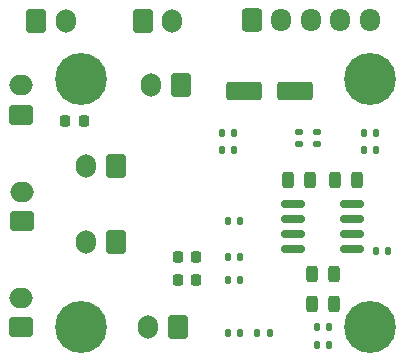
<source format=gbr>
%TF.GenerationSoftware,KiCad,Pcbnew,8.0.1*%
%TF.CreationDate,2024-04-14T22:55:27+02:00*%
%TF.ProjectId,printhead-pcb,7072696e-7468-4656-9164-2d7063622e6b,rev?*%
%TF.SameCoordinates,Original*%
%TF.FileFunction,Soldermask,Top*%
%TF.FilePolarity,Negative*%
%FSLAX46Y46*%
G04 Gerber Fmt 4.6, Leading zero omitted, Abs format (unit mm)*
G04 Created by KiCad (PCBNEW 8.0.1) date 2024-04-14 22:55:27*
%MOMM*%
%LPD*%
G01*
G04 APERTURE LIST*
G04 Aperture macros list*
%AMRoundRect*
0 Rectangle with rounded corners*
0 $1 Rounding radius*
0 $2 $3 $4 $5 $6 $7 $8 $9 X,Y pos of 4 corners*
0 Add a 4 corners polygon primitive as box body*
4,1,4,$2,$3,$4,$5,$6,$7,$8,$9,$2,$3,0*
0 Add four circle primitives for the rounded corners*
1,1,$1+$1,$2,$3*
1,1,$1+$1,$4,$5*
1,1,$1+$1,$6,$7*
1,1,$1+$1,$8,$9*
0 Add four rect primitives between the rounded corners*
20,1,$1+$1,$2,$3,$4,$5,0*
20,1,$1+$1,$4,$5,$6,$7,0*
20,1,$1+$1,$6,$7,$8,$9,0*
20,1,$1+$1,$8,$9,$2,$3,0*%
G04 Aperture macros list end*
%ADD10RoundRect,0.243750X-0.243750X-0.456250X0.243750X-0.456250X0.243750X0.456250X-0.243750X0.456250X0*%
%ADD11RoundRect,0.250000X0.750000X-0.600000X0.750000X0.600000X-0.750000X0.600000X-0.750000X-0.600000X0*%
%ADD12O,2.000000X1.700000*%
%ADD13RoundRect,0.135000X-0.135000X-0.185000X0.135000X-0.185000X0.135000X0.185000X-0.135000X0.185000X0*%
%ADD14C,2.600000*%
%ADD15C,4.400000*%
%ADD16RoundRect,0.243750X0.243750X0.456250X-0.243750X0.456250X-0.243750X-0.456250X0.243750X-0.456250X0*%
%ADD17RoundRect,0.250000X-1.250000X-0.550000X1.250000X-0.550000X1.250000X0.550000X-1.250000X0.550000X0*%
%ADD18RoundRect,0.135000X0.135000X0.185000X-0.135000X0.185000X-0.135000X-0.185000X0.135000X-0.185000X0*%
%ADD19RoundRect,0.250000X0.600000X0.750000X-0.600000X0.750000X-0.600000X-0.750000X0.600000X-0.750000X0*%
%ADD20O,1.700000X2.000000*%
%ADD21RoundRect,0.135000X0.185000X-0.135000X0.185000X0.135000X-0.185000X0.135000X-0.185000X-0.135000X0*%
%ADD22RoundRect,0.218750X-0.218750X-0.256250X0.218750X-0.256250X0.218750X0.256250X-0.218750X0.256250X0*%
%ADD23RoundRect,0.140000X0.140000X0.170000X-0.140000X0.170000X-0.140000X-0.170000X0.140000X-0.170000X0*%
%ADD24RoundRect,0.250000X-0.600000X-0.750000X0.600000X-0.750000X0.600000X0.750000X-0.600000X0.750000X0*%
%ADD25RoundRect,0.150000X-0.825000X-0.150000X0.825000X-0.150000X0.825000X0.150000X-0.825000X0.150000X0*%
%ADD26RoundRect,0.250000X-0.600000X-0.725000X0.600000X-0.725000X0.600000X0.725000X-0.600000X0.725000X0*%
%ADD27O,1.700000X1.950000*%
%ADD28RoundRect,0.140000X-0.140000X-0.170000X0.140000X-0.170000X0.140000X0.170000X-0.140000X0.170000X0*%
G04 APERTURE END LIST*
D10*
%TO.C,D1*%
X131062500Y-67500000D03*
X132937500Y-67500000D03*
%TD*%
D11*
%TO.C,J6*%
X108500000Y-62000000D03*
D12*
X108500000Y-59500000D03*
%TD*%
D13*
%TO.C,R14*%
X133490000Y-81500000D03*
X134510000Y-81500000D03*
%TD*%
D14*
%TO.C,H4*%
X138000000Y-80000000D03*
D15*
X138000000Y-80000000D03*
%TD*%
D16*
%TO.C,D2*%
X134937500Y-78000000D03*
X133062500Y-78000000D03*
%TD*%
D13*
%TO.C,R18*%
X128480000Y-80500000D03*
X129500000Y-80500000D03*
%TD*%
D17*
%TO.C,C2*%
X127300000Y-60000000D03*
X131700000Y-60000000D03*
%TD*%
D18*
%TO.C,R16*%
X127010000Y-76000000D03*
X125990000Y-76000000D03*
%TD*%
D19*
%TO.C,J5*%
X116500000Y-66300000D03*
D20*
X114000000Y-66300000D03*
%TD*%
D21*
%TO.C,R1*%
X132000000Y-64500000D03*
X132000000Y-63480000D03*
%TD*%
D22*
%TO.C,L1*%
X112212500Y-62500000D03*
X113787500Y-62500000D03*
%TD*%
D21*
%TO.C,R19*%
X133500000Y-64510000D03*
X133500000Y-63490000D03*
%TD*%
D23*
%TO.C,C10*%
X126980000Y-71000000D03*
X126020000Y-71000000D03*
%TD*%
D18*
%TO.C,R20*%
X134510000Y-80000000D03*
X133490000Y-80000000D03*
%TD*%
D13*
%TO.C,R17*%
X138490000Y-73500000D03*
X139510000Y-73500000D03*
%TD*%
D22*
%TO.C,L4*%
X121712500Y-76000000D03*
X123287500Y-76000000D03*
%TD*%
D24*
%TO.C,J4*%
X118750000Y-54032500D03*
D20*
X121250000Y-54032500D03*
%TD*%
D13*
%TO.C,R3*%
X137490000Y-63500000D03*
X138510000Y-63500000D03*
%TD*%
D18*
%TO.C,R15*%
X127010000Y-74000000D03*
X125990000Y-74000000D03*
%TD*%
D16*
%TO.C,D4*%
X134937500Y-75500000D03*
X133062500Y-75500000D03*
%TD*%
%TO.C,D3*%
X136937500Y-67500000D03*
X135062500Y-67500000D03*
%TD*%
D22*
%TO.C,L3*%
X121712500Y-74000000D03*
X123287500Y-74000000D03*
%TD*%
D14*
%TO.C,H2*%
X113500000Y-80000000D03*
D15*
X113500000Y-80000000D03*
%TD*%
D25*
%TO.C,U4*%
X131525000Y-69595000D03*
X131525000Y-70865000D03*
X131525000Y-72135000D03*
X131525000Y-73405000D03*
X136475000Y-73405000D03*
X136475000Y-72135000D03*
X136475000Y-70865000D03*
X136475000Y-69595000D03*
%TD*%
D26*
%TO.C,J1*%
X128000000Y-54000000D03*
D27*
X130500000Y-54000000D03*
X133000000Y-54000000D03*
X135500000Y-54000000D03*
X138000000Y-54000000D03*
%TD*%
D14*
%TO.C,H3*%
X113500000Y-59000000D03*
D15*
X113500000Y-59000000D03*
%TD*%
D23*
%TO.C,C11*%
X126980000Y-80500000D03*
X126020000Y-80500000D03*
%TD*%
D19*
%TO.C,J8*%
X116500000Y-72800000D03*
D20*
X114000000Y-72800000D03*
%TD*%
D28*
%TO.C,C6*%
X125520000Y-65000000D03*
X126480000Y-65000000D03*
%TD*%
D24*
%TO.C,J2*%
X109750000Y-54032500D03*
D20*
X112250000Y-54032500D03*
%TD*%
D11*
%TO.C,J10*%
X108500000Y-80000000D03*
D12*
X108500000Y-77500000D03*
%TD*%
D14*
%TO.C,H1*%
X138000000Y-59000000D03*
D15*
X138000000Y-59000000D03*
%TD*%
D11*
%TO.C,J7*%
X108532500Y-71000000D03*
D12*
X108532500Y-68500000D03*
%TD*%
D19*
%TO.C,J9*%
X121750000Y-80000000D03*
D20*
X119250000Y-80000000D03*
%TD*%
D19*
%TO.C,J3*%
X122000000Y-59500000D03*
D20*
X119500000Y-59500000D03*
%TD*%
D28*
%TO.C,C8*%
X125520000Y-63500000D03*
X126480000Y-63500000D03*
%TD*%
D13*
%TO.C,R2*%
X137490000Y-65000000D03*
X138510000Y-65000000D03*
%TD*%
M02*

</source>
